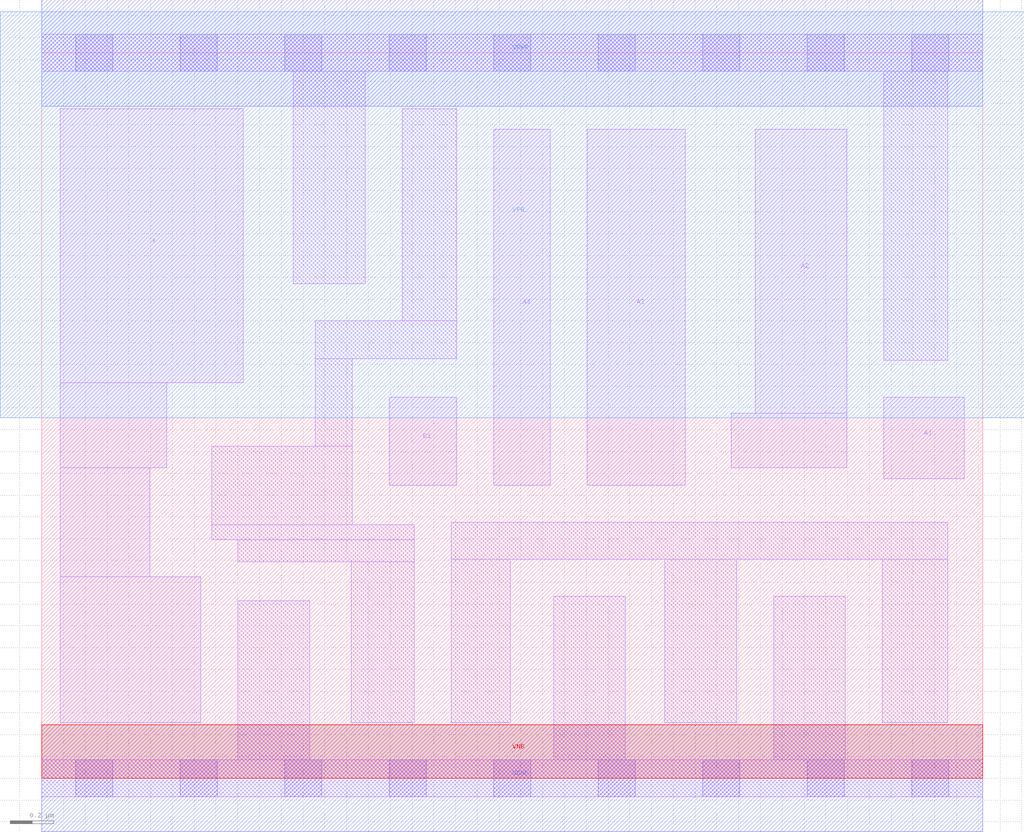
<source format=lef>
# Copyright 2020 The SkyWater PDK Authors
#
# Licensed under the Apache License, Version 2.0 (the "License");
# you may not use this file except in compliance with the License.
# You may obtain a copy of the License at
#
#     https://www.apache.org/licenses/LICENSE-2.0
#
# Unless required by applicable law or agreed to in writing, software
# distributed under the License is distributed on an "AS IS" BASIS,
# WITHOUT WARRANTIES OR CONDITIONS OF ANY KIND, either express or implied.
# See the License for the specific language governing permissions and
# limitations under the License.
#
# SPDX-License-Identifier: Apache-2.0

VERSION 5.7 ;
  NOWIREEXTENSIONATPIN ON ;
  DIVIDERCHAR "/" ;
  BUSBITCHARS "[]" ;
MACRO sky130_fd_sc_lp__o41a_1
  CLASS CORE ;
  FOREIGN sky130_fd_sc_lp__o41a_1 ;
  ORIGIN  0.000000  0.000000 ;
  SIZE  4.320000 BY  3.330000 ;
  SYMMETRY X Y R90 ;
  SITE unit ;
  PIN A1
    ANTENNAGATEAREA  0.315000 ;
    DIRECTION INPUT ;
    USE SIGNAL ;
    PORT
      LAYER li1 ;
        RECT 3.865000 1.375000 4.235000 1.750000 ;
    END
  END A1
  PIN A2
    ANTENNAGATEAREA  0.315000 ;
    DIRECTION INPUT ;
    USE SIGNAL ;
    PORT
      LAYER li1 ;
        RECT 3.165000 1.425000 3.695000 1.675000 ;
        RECT 3.275000 1.675000 3.695000 2.980000 ;
    END
  END A2
  PIN A3
    ANTENNAGATEAREA  0.315000 ;
    DIRECTION INPUT ;
    USE SIGNAL ;
    PORT
      LAYER li1 ;
        RECT 2.505000 1.345000 2.955000 2.980000 ;
    END
  END A3
  PIN A4
    ANTENNAGATEAREA  0.315000 ;
    DIRECTION INPUT ;
    USE SIGNAL ;
    PORT
      LAYER li1 ;
        RECT 2.075000 1.345000 2.335000 2.980000 ;
    END
  END A4
  PIN B1
    ANTENNAGATEAREA  0.315000 ;
    DIRECTION INPUT ;
    USE SIGNAL ;
    PORT
      LAYER li1 ;
        RECT 1.595000 1.345000 1.905000 1.750000 ;
    END
  END B1
  PIN X
    ANTENNADIFFAREA  1.270500 ;
    DIRECTION OUTPUT ;
    USE SIGNAL ;
    PORT
      LAYER li1 ;
        RECT 0.085000 0.255000 0.730000 0.925000 ;
        RECT 0.085000 0.925000 0.495000 1.425000 ;
        RECT 0.085000 1.425000 0.575000 1.815000 ;
        RECT 0.085000 1.815000 0.925000 3.075000 ;
    END
  END X
  PIN VGND
    DIRECTION INOUT ;
    USE GROUND ;
    PORT
      LAYER met1 ;
        RECT 0.000000 -0.245000 4.320000 0.245000 ;
    END
  END VGND
  PIN VNB
    DIRECTION INOUT ;
    USE GROUND ;
    PORT
      LAYER pwell ;
        RECT 0.000000 0.000000 4.320000 0.245000 ;
    END
  END VNB
  PIN VPB
    DIRECTION INOUT ;
    USE POWER ;
    PORT
      LAYER nwell ;
        RECT -0.190000 1.655000 4.510000 3.520000 ;
    END
  END VPB
  PIN VPWR
    DIRECTION INOUT ;
    USE POWER ;
    PORT
      LAYER met1 ;
        RECT 0.000000 3.085000 4.320000 3.575000 ;
    END
  END VPWR
  OBS
    LAYER li1 ;
      RECT 0.000000 -0.085000 4.320000 0.085000 ;
      RECT 0.000000  3.245000 4.320000 3.415000 ;
      RECT 0.780000  1.095000 1.710000 1.165000 ;
      RECT 0.780000  1.165000 1.425000 1.525000 ;
      RECT 0.900000  0.085000 1.230000 0.815000 ;
      RECT 0.900000  0.995000 1.710000 1.095000 ;
      RECT 1.155000  2.270000 1.485000 3.245000 ;
      RECT 1.255000  1.525000 1.425000 1.925000 ;
      RECT 1.255000  1.925000 1.905000 2.100000 ;
      RECT 1.420000  0.255000 1.710000 0.995000 ;
      RECT 1.655000  2.100000 1.905000 3.075000 ;
      RECT 1.880000  0.255000 2.150000 1.005000 ;
      RECT 1.880000  1.005000 4.160000 1.175000 ;
      RECT 2.350000  0.085000 2.680000 0.835000 ;
      RECT 2.860000  0.255000 3.190000 1.005000 ;
      RECT 3.360000  0.085000 3.690000 0.835000 ;
      RECT 3.860000  0.255000 4.160000 1.005000 ;
      RECT 3.865000  1.920000 4.160000 3.245000 ;
    LAYER mcon ;
      RECT 0.155000 -0.085000 0.325000 0.085000 ;
      RECT 0.155000  3.245000 0.325000 3.415000 ;
      RECT 0.635000 -0.085000 0.805000 0.085000 ;
      RECT 0.635000  3.245000 0.805000 3.415000 ;
      RECT 1.115000 -0.085000 1.285000 0.085000 ;
      RECT 1.115000  3.245000 1.285000 3.415000 ;
      RECT 1.595000 -0.085000 1.765000 0.085000 ;
      RECT 1.595000  3.245000 1.765000 3.415000 ;
      RECT 2.075000 -0.085000 2.245000 0.085000 ;
      RECT 2.075000  3.245000 2.245000 3.415000 ;
      RECT 2.555000 -0.085000 2.725000 0.085000 ;
      RECT 2.555000  3.245000 2.725000 3.415000 ;
      RECT 3.035000 -0.085000 3.205000 0.085000 ;
      RECT 3.035000  3.245000 3.205000 3.415000 ;
      RECT 3.515000 -0.085000 3.685000 0.085000 ;
      RECT 3.515000  3.245000 3.685000 3.415000 ;
      RECT 3.995000 -0.085000 4.165000 0.085000 ;
      RECT 3.995000  3.245000 4.165000 3.415000 ;
  END
END sky130_fd_sc_lp__o41a_1
END LIBRARY

</source>
